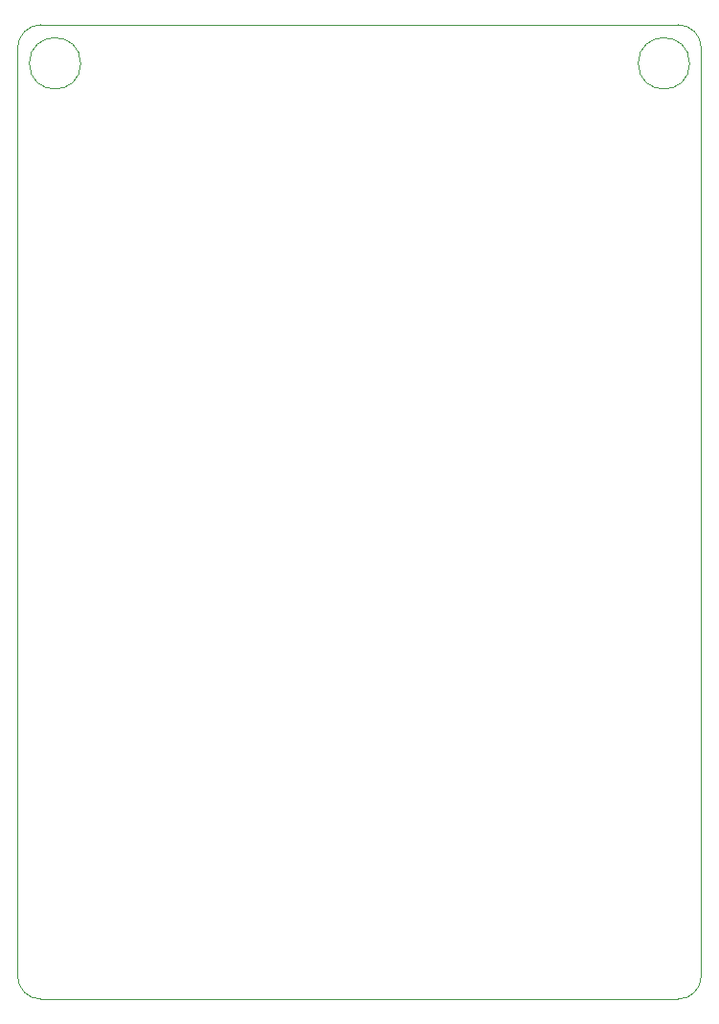
<source format=gbr>
G04 #@! TF.GenerationSoftware,KiCad,Pcbnew,(5.1.2-1)-1*
G04 #@! TF.CreationDate,2019-10-09T15:23:33+01:00*
G04 #@! TF.ProjectId,PixlVBoard,5069786c-5642-46f6-9172-642e6b696361,rev?*
G04 #@! TF.SameCoordinates,Original*
G04 #@! TF.FileFunction,Profile,NP*
%FSLAX46Y46*%
G04 Gerber Fmt 4.6, Leading zero omitted, Abs format (unit mm)*
G04 Created by KiCad (PCBNEW (5.1.2-1)-1) date 2019-10-09 15:23:33*
%MOMM*%
%LPD*%
G04 APERTURE LIST*
%ADD10C,0.050000*%
%ADD11C,0.100000*%
G04 APERTURE END LIST*
D10*
X165085845Y-58013600D02*
G75*
G03X165085845Y-58013600I-2271845J0D01*
G01*
X218933845Y-58013600D02*
G75*
G03X218933845Y-58013600I-2271845J0D01*
G01*
D11*
X219964000Y-138684000D02*
G75*
G02X217932000Y-140716000I-2032000J0D01*
G01*
X161544000Y-140716000D02*
G75*
G02X159512000Y-138684000I0J2032000D01*
G01*
X217932000Y-54610000D02*
G75*
G02X219964000Y-56642000I0J-2032000D01*
G01*
X159512000Y-56642000D02*
G75*
G02X161544000Y-54610000I2032000J0D01*
G01*
X217932000Y-54610000D02*
X161544000Y-54610000D01*
X219964000Y-138785600D02*
X219964000Y-56489600D01*
X161544000Y-140716000D02*
X217932000Y-140716000D01*
X159512000Y-56642000D02*
X159512000Y-138785600D01*
M02*

</source>
